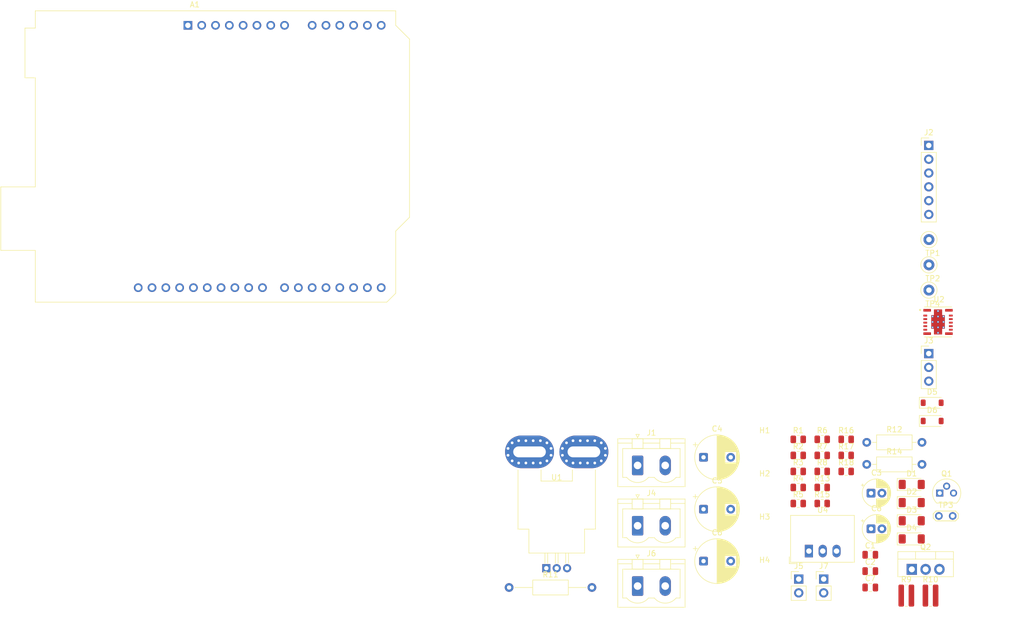
<source format=kicad_pcb>
(kicad_pcb (version 20241229) (generator "pcbnew") (generator_version "9.0")
  (layers (0 "F.Cu" signal) (2 "B.Cu" signal) (13 "F.Paste" user) (15 "B.Paste" user) (5 "F.SilkS" user "F.Silkscreen") (7 "B.SilkS" user "B.Silkscreen") (1 "F.Mask" user) (3 "B.Mask" user) (25 "Edge.Cuts" user))
  (net 0 "")
  (net 3 "GND")
  (net 4 "/TempSensor")
  (net 7 "/Hall_A")
  (net 10 "/LEDenable")
  (net 12 "/SCapVolts")
  (net 13 "/InputCurrent")
  (net 14 "/InputVoltage")
  (net 15 "/PWMout")
  (net 16 "+5V")
  (net 18 "/LEDserial")
  (net 19 "/Hall_C")
  (net 20 "/InputPot")
  (net 21 "/Hall_B")
  (net 31 "/DC_metered")
  (net 32 "Net-(D2-K)")
  (net 33 "Net-(D2-A)")
  (net 34 "Net-(D3-A)")
  (net 35 "Net-(J7-Pin_1)")
  (net 36 "Net-(D1-K)")
  (net 37 "+13V")
  (net 38 "Net-(D5-K)")
  (net 39 "Net-(J1-Pin_1)")
  (net 42 "Net-(J3-Pin_2)")
  (net 43 "Net-(J5-Pin_1)")
  (net 44 "Net-(Q1-C)")
  (net 45 "Net-(Q1-B)")
  (net 46 "Net-(Q2-C)")
  (net 47 "Net-(U2-FB)")
  (footprint "TestPoint:TestPoint_Loop_D1.80mm_Drill1.0mm_Beaded" (layer "F.Cu") (at 91.4825 34.586)
    (property "Reference" "TP1" (at 0.7 2.5 0) (layer "F.SilkS"))
    (property "Value" "TestPoint")
    (pad "1" thru_hole circle (at 0 0) (size 2 2) (drill 1) (layers "*.Cu" "*.Mask") (net 37 "+13V"))
  )
  (footprint "Resistor_SMD:R_0805_2012Metric" (layer "F.Cu") (at 76.2625 74.286)
    (property "Reference" "R17" (at 0 -1.65 0) (layer "F.SilkS"))
    (property "Value" "R")
    (pad "1" smd roundrect (at -0.9125 0) (size 1.025 1.4) (layers "F.Cu" "F.Mask" "F.Paste") (roundrect_rratio 0.243902) (net 32 "Net-(D2-K)"))
    (pad "2" smd roundrect (at 0.9125 0) (size 1.025 1.4) (layers "F.Cu" "F.Mask" "F.Paste") (roundrect_rratio 0.243902) (net 12 "/SCapVolts"))
  )
  (footprint "Capacitor_SMD:C_0805_2012Metric" (layer "F.Cu") (at 80.6925 98.586)
    (property "Reference" "C7" (at 0 -1.68 0) (layer "F.SilkS"))
    (property "Value" "C")
    (pad "1" smd roundrect (at -0.95 0) (size 1 1.45) (layers "F.Cu" "F.Mask" "F.Paste") (net 4 "/TempSensor"))
    (pad "2" smd roundrect (at 0.95 0) (size 1 1.45) (layers "F.Cu" "F.Mask" "F.Paste") (net 3 "GND"))
  )
  (footprint "Connector_Phoenix_MSTB:PhoenixContact_MSTBVA_2,5_2-G-5,08_1x02_P5.08mm_Vertical" (layer "F.Cu") (at 37.8925 87.226)
    (property "Reference" "J4" (at 2.54 -6 0) (layer "F.SilkS"))
    (property "Value" "Load")
    (pad "1" thru_hole roundrect (at 0 0) (size 2.08 3.6) (drill 1.4) (layers "*.Cu" "*.Mask") (roundrect_rratio 0.120192) (net 31 "/DC_metered"))
    (pad "2" thru_hole oval (at 5.08 0) (size 2.08 3.6) (drill 1.4) (layers "*.Cu" "*.Mask") (net 3 "GND"))
  )
  (footprint "Package_TO_SOT_THT:TO-220-3_Vertical" (layer "F.Cu") (at 88.3325 95.246)
    (property "Reference" "Q2" (at 2.54 -4.1 0) (layer "F.SilkS"))
    (property "Value" "PNP")
    (pad "1" thru_hole rect (at 0 0) (size 1.905 2) (drill 1.1) (layers "*.Cu" "*.Mask") (net 36 "Net-(D1-K)"))
    (pad "2" thru_hole oval (at 2.54 0) (size 1.905 2) (drill 1.1) (layers "*.Cu" "*.Mask") (net 46 "Net-(Q2-C)"))
    (pad "3" thru_hole oval (at 5.08 0) (size 1.905 2) (drill 1.1) (layers "*.Cu" "*.Mask") (net 31 "/DC_metered"))
  )
  (footprint "Connector_PinHeader_2.54mm:PinHeader_1x02_P2.54mm_Vertical" (layer "F.Cu") (at 67.5325 97.036)
    (property "Reference" "J5" (at 0 -2.38 0) (layer "F.SilkS"))
    (property "Value" "Temp sensor")
    (pad "1" thru_hole rect (at 0 0) (size 1.7 1.7) (drill 1) (layers "*.Cu" "*.Mask") (net 43 "Net-(J5-Pin_1)"))
    (pad "2" thru_hole circle (at 0 2.54) (size 1.7 1.7) (drill 1) (layers "*.Cu" "*.Mask") (net 3 "GND"))
  )
  (footprint "Package_TO_SOT_THT:TO-92" (layer "F.Cu") (at 93.4725 81.216)
    (property "Reference" "Q1" (at 1.27 -3.56 0) (layer "F.SilkS"))
    (property "Value" "BC556")
    (pad "1" thru_hole rect (at 0 0) (size 1.3 1.3) (drill 0.75) (layers "*.Cu" "*.Mask") (net 44 "Net-(Q1-C)"))
    (pad "2" thru_hole circle (at 1.27 -1.27) (size 1.3 1.3) (drill 0.75) (layers "*.Cu" "*.Mask") (net 45 "Net-(Q1-B)"))
    (pad "3" thru_hole circle (at 2.54 0) (size 1.3 1.3) (drill 0.75) (layers "*.Cu" "*.Mask") (net 16 "+5V"))
  )
  (footprint "Diode_SMD:D_SOD-123" (layer "F.Cu") (at 92.0775 64.606)
    (property "Reference" "D5" (at 0 -2 0) (layer "F.SilkS"))
    (property "Value" "D")
    (pad "1" smd roundrect (at -1.65 0) (size 0.9 1.2) (layers "F.Cu" "F.Mask" "F.Paste") (net 38 "Net-(D5-K)"))
    (pad "2" smd roundrect (at 1.65 0) (size 0.9 1.2) (layers "F.Cu" "F.Mask" "F.Paste") (net 37 "+13V"))
  )
  (footprint "Capacitor_SMD:C_0805_2012Metric" (layer "F.Cu") (at 80.6925 95.576)
    (property "Reference" "C2" (at 0 -1.68 0) (layer "F.SilkS"))
    (property "Value" "C")
    (pad "1" smd roundrect (at -0.95 0) (size 1 1.45) (layers "F.Cu" "F.Mask" "F.Paste") (net 31 "/DC_metered"))
    (pad "2" smd roundrect (at 0.95 0) (size 1 1.45) (layers "F.Cu" "F.Mask" "F.Paste") (net 3 "GND"))
  )
  (footprint "Resistor_SMD:R_0805_2012Metric" (layer "F.Cu") (at 67.4425 71.336)
    (property "Reference" "R1" (at 0 -1.65 0) (layer "F.SilkS"))
    (property "Value" "R")
    (pad "1" smd roundrect (at -0.9125 0) (size 1.025 1.4) (layers "F.Cu" "F.Mask" "F.Paste") (roundrect_rratio 0.243902) (net 42 "Net-(J3-Pin_2)"))
    (pad "2" smd roundrect (at 0.9125 0) (size 1.025 1.4) (layers "F.Cu" "F.Mask" "F.Paste") (roundrect_rratio 0.243902) (net 20 "/InputPot"))
  )
  (footprint "Diode_SMD:D_MiniMELF" (layer "F.Cu") (at 88.3175 82.971)
    (property "Reference" "D2" (at 0 -2 0) (layer "F.SilkS"))
    (property "Value" "BZV55B4V3")
    (pad "1" smd roundrect (at -1.75 0) (size 1.3 1.7) (layers "F.Cu" "F.Mask" "F.Paste") (roundrect_rratio 0.1923076923) (net 32 "Net-(D2-K)"))
    (pad "2" smd roundrect (at 1.75 0) (size 1.3 1.7) (layers "F.Cu" "F.Mask" "F.Paste") (roundrect_rratio 0.1923076923) (net 33 "Net-(D2-A)"))
  )
  (footprint "Connector_Phoenix_MSTB:PhoenixContact_MSTBVA_2,5_2-G-5,08_1x02_P5.08mm_Vertical" (layer "F.Cu") (at 37.8925 98.321)
    (property "Reference" "J6" (at 2.54 -6 0) (layer "F.SilkS"))
    (property "Value" "DC out")
    (pad "1" thru_hole roundrect (at 0 0) (size 2.08 3.6) (drill 1.4) (layers "*.Cu" "*.Mask") (roundrect_rratio 0.120192) (net 37 "+13V"))
    (pad "2" thru_hole oval (at 5.08 0) (size 2.08 3.6) (drill 1.4) (layers "*.Cu" "*.Mask") (net 3 "GND"))
  )
  (footprint "Capacitor_THT:CP_Radial_D5.0mm_P2.00mm" (layer "F.Cu") (at 80.832275 81.236)
    (property "Reference" "C3" (at 1 -3.75 0) (layer "F.SilkS"))
    (property "Value" "C_Polarized")
    (pad "1" thru_hole roundrect (at 0 0) (size 1.6 1.6) (drill 0.8) (layers "*.Cu" "*.Mask") (roundrect_rratio 0.15625) (net 31 "/DC_metered"))
    (pad "2" thru_hole circle (at 2 0) (size 1.6 1.6) (drill 0.8) (layers "*.Cu" "*.Mask") (net 3 "GND"))
  )
  (footprint "Resistor_SMD:R_0805_2012Metric" (layer "F.Cu") (at 67.4425 83.136)
    (property "Reference" "R5" (at 0 -1.65 0) (layer "F.SilkS"))
    (property "Value" "R")
    (pad "1" smd roundrect (at -0.9125 0) (size 1.025 1.4) (layers "F.Cu" "F.Mask" "F.Paste") (roundrect_rratio 0.243902) (net 37 "+13V"))
    (pad "2" smd roundrect (at 0.9125 0) (size 1.025 1.4) (layers "F.Cu" "F.Mask" "F.Paste") (roundrect_rratio 0.243902) (net 47 "Net-(U2-FB)"))
  )
  (footprint "Connector_PinHeader_2.54mm:PinHeader_1x02_P2.54mm_Vertical" (layer "F.Cu") (at 72.1225 97.036)
    (property "Reference" "J7" (at 0 -2.38 0) (layer "F.SilkS"))
    (property "Value" "LoadControl")
    (pad "1" thru_hole rect (at 0 0) (size 1.7 1.7) (drill 1) (layers "*.Cu" "*.Mask") (net 35 "Net-(J7-Pin_1)"))
    (pad "2" thru_hole circle (at 0 2.54) (size 1.7 1.7) (drill 1) (layers "*.Cu" "*.Mask") (net 3 "GND"))
  )
  (footprint "Connector_PinHeader_2.54mm:PinHeader_1x06_P2.54mm_Vertical" (layer "F.Cu") (at 91.4525 17.266)
    (property "Reference" "J2" (at 0 -2.38 0) (layer "F.SilkS"))
    (property "Value" "Hall Input")
    (pad "1" thru_hole rect (at 0 0) (size 1.7 1.7) (drill 1) (layers "*.Cu" "*.Mask") (net 16 "+5V"))
    (pad "2" thru_hole circle (at 0 2.54) (size 1.7 1.7) (drill 1) (layers "*.Cu" "*.Mask") (net 3 "GND"))
    (pad "3" thru_hole circle (at 0 5.08) (size 1.7 1.7) (drill 1) (layers "*.Cu" "*.Mask") (net 7 "/Hall_A"))
    (pad "4" thru_hole circle (at 0 7.62) (size 1.7 1.7) (drill 1) (layers "*.Cu" "*.Mask") (net 21 "/Hall_B"))
    (pad "5" thru_hole circle (at 0 10.16) (size 1.7 1.7) (drill 1) (layers "*.Cu" "*.Mask") (net 19 "/Hall_C"))
    (pad "6" thru_hole circle (at 0 12.7) (size 1.7 1.7) (drill 1) (layers "*.Cu" "*.Mask"))
  )
  (footprint "Resistor_SMD:R_0815_2038Metric" (layer "F.Cu") (at 87.3225 100.076)
    (property "Reference" "R9" (at 0 -2.98 0) (layer "F.SilkS"))
    (property "Value" "R")
    (pad "1" smd roundrect (at -0.9375 0) (size 1.025 4.05) (layers "F.Cu" "F.Mask" "F.Paste") (roundrect_rratio 0.243902) (net 39 "Net-(J1-Pin_1)"))
    (pad "2" smd roundrect (at 0.9375 0) (size 1.025 4.05) (layers "F.Cu" "F.Mask" "F.Paste") (roundrect_rratio 0.243902) (net 14 "/InputVoltage"))
  )
  (footprint "Resistor_SMD:R_0805_2012Metric" (layer "F.Cu") (at 67.4425 80.186)
    (property "Reference" "R4" (at 0 -1.65 0) (layer "F.SilkS"))
    (property "Value" "10k")
    (pad "1" smd roundrect (at -0.9125 0) (size 1.025 1.4) (layers "F.Cu" "F.Mask" "F.Paste") (roundrect_rratio 0.243902) (net 16 "+5V"))
    (pad "2" smd roundrect (at 0.9125 0) (size 1.025 1.4) (layers "F.Cu" "F.Mask" "F.Paste") (roundrect_rratio 0.243902) (net 19 "/Hall_C"))
  )
  (footprint "Capacitor_SMD:C_0805_2012Metric" (layer "F.Cu") (at 80.6925 92.566)
    (property "Reference" "C1" (at 0 -1.68 0) (layer "F.SilkS"))
    (property "Value" "C")
    (pad "1" smd roundrect (at -0.95 0) (size 1 1.45) (layers "F.Cu" "F.Mask" "F.Paste") (net 20 "/InputPot"))
    (pad "2" smd roundrect (at 0.95 0) (size 1 1.45) (layers "F.Cu" "F.Mask" "F.Paste") (net 3 "GND"))
  )
  (footprint "Resistor_SMD:R_0805_2012Metric" (layer "F.Cu") (at 71.8525 71.336)
    (property "Reference" "R6" (at 0 -1.65 0) (layer "F.SilkS"))
    (property "Value" "R")
    (pad "1" smd roundrect (at -0.9125 0) (size 1.025 1.4) (layers "F.Cu" "F.Mask" "F.Paste") (roundrect_rratio 0.243902) (net 47 "Net-(U2-FB)"))
    (pad "2" smd roundrect (at 0.9125 0) (size 1.025 1.4) (layers "F.Cu" "F.Mask" "F.Paste") (roundrect_rratio 0.243902) (net 3 "GND"))
  )
  (footprint "Resistor_THT:R_Axial_DIN0207_L6.3mm_D2.5mm_P10.16mm_Horizontal" (layer "F.Cu") (at 80.0425 75.936)
    (property "Reference" "R14" (at 5.08 -2.37 0) (layer "F.SilkS"))
    (property "Value" "10k")
    (pad "1" thru_hole circle (at 0 0) (size 1.6 1.6) (drill 0.8) (layers "*.Cu" "*.Mask") (net 44 "Net-(Q1-C)"))
    (pad "2" thru_hole circle (at 10.16 0) (size 1.6 1.6) (drill 0.8) (layers "*.Cu" "*.Mask") (net 35 "Net-(J7-Pin_1)"))
  )
  (footprint "Diode_SMD:D_MiniMELF" (layer "F.Cu") (at 88.3175 79.631)
    (property "Reference" "D1" (at 0 -2 0) (layer "F.SilkS"))
    (property "Value" "BZV55B51")
    (pad "1" smd roundrect (at -1.75 0) (size 1.3 1.7) (layers "F.Cu" "F.Mask" "F.Paste") (roundrect_rratio 0.1923076923) (net 36 "Net-(D1-K)"))
    (pad "2" smd roundrect (at 1.75 0) (size 1.3 1.7) (layers "F.Cu" "F.Mask" "F.Paste") (roundrect_rratio 0.1923076923) (net 3 "GND"))
  )
  (footprint "Capacitor_THT:CP_Radial_D5.0mm_P2.00mm" (layer "F.Cu") (at 80.832275 87.786)
    (property "Reference" "C8" (at 1 -3.75 0) (layer "F.SilkS"))
    (property "Value" "10u")
    (pad "1" thru_hole roundrect (at 0 0) (size 1.6 1.6) (drill 0.8) (layers "*.Cu" "*.Mask") (roundrect_rratio 0.15625) (net 35 "Net-(J7-Pin_1)"))
    (pad "2" thru_hole circle (at 2 0) (size 1.6 1.6) (drill 0.8) (layers "*.Cu" "*.Mask") (net 3 "GND"))
  )
  (footprint "Resistor_SMD:R_0805_2012Metric" (layer "F.Cu") (at 67.4425 74.286)
    (property "Reference" "R2" (at 0 -1.65 0) (layer "F.SilkS"))
    (property "Value" "10k")
    (pad "1" smd roundrect (at -0.9125 0) (size 1.025 1.4) (layers "F.Cu" "F.Mask" "F.Paste") (roundrect_rratio 0.243902) (net 16 "+5V"))
    (pad "2" smd roundrect (at 0.9125 0) (size 1.025 1.4) (layers "F.Cu" "F.Mask" "F.Paste") (roundrect_rratio 0.243902) (net 7 "/Hall_A"))
  )
  (footprint "Capacitor_THT:CP_Radial_D8.0mm_P5.00mm" (layer "F.Cu") (at 50.017198 93.736)
    (property "Reference" "C6" (at 2.5 -5.25 0) (layer "F.SilkS"))
    (property "Value" "1")
    (pad "1" thru_hole roundrect (at 0 0) (size 1.6 1.6) (drill 0.8) (layers "*.Cu" "*.Mask") (roundrect_rratio 0.15625) (net 34 "Net-(D3-A)"))
    (pad "2" thru_hole circle (at 5 0) (size 1.6 1.6) (drill 0.8) (layers "*.Cu" "*.Mask") (net 3 "GND"))
  )
  (footprint "Capacitor_THT:CP_Radial_D8.0mm_P5.00mm" (layer "F.Cu") (at 50.017198 74.636)
    (property "Reference" "C4" (at 2.5 -5.25 0) (layer "F.SilkS"))
    (property "Value" "1")
    (pad "1" thru_hole roundrect (at 0 0) (size 1.6 1.6) (drill 0.8) (layers "*.Cu" "*.Mask") (roundrect_rratio 0.15625) (net 32 "Net-(D2-K)"))
    (pad "2" thru_hole circle (at 5 0) (size 1.6 1.6) (drill 0.8) (layers "*.Cu" "*.Mask") (net 33 "Net-(D2-A)"))
  )
  (footprint "Capacitor_THT:CP_Radial_D8.0mm_P5.00mm" (layer "F.Cu") (at 50.017198 84.186)
    (property "Reference" "C5" (at 2.5 -5.25 0) (layer "F.SilkS"))
    (property "Value" "1")
    (pad "1" thru_hole roundrect (at 0 0) (size 1.6 1.6) (drill 0.8) (layers "*.Cu" "*.Mask") (roundrect_rratio 0.15625) (net 33 "Net-(D2-A)"))
    (pad "2" thru_hole circle (at 5 0) (size 1.6 1.6) (drill 0.8) (layers "*.Cu" "*.Mask") (net 34 "Net-(D3-A)"))
  )
  (footprint "Resistor_SMD:R_0805_2012Metric" (layer "F.Cu") (at 71.8525 74.286)
    (property "Reference" "R7" (at 0 -1.65 0) (layer "F.SilkS"))
    (property "Value" "10k")
    (pad "1" smd roundrect (at -0.9125 0) (size 1.025 1.4) (layers "F.Cu" "F.Mask" "F.Paste") (roundrect_rratio 0.243902) (net 16 "+5V"))
    (pad "2" smd roundrect (at 0.9125 0) (size 1.025 1.4) (layers "F.Cu" "F.Mask" "F.Paste") (roundrect_rratio 0.243902) (net 43 "Net-(J5-Pin_1)"))
  )
  (footprint "MountingHole:MountingHole_3.2mm_M3" (layer "F.Cu") (at 61.2625 73.836)
    (property "Reference" "H1" (at 0 -4.15 0) (layer "F.SilkS"))
    (property "Value" "MountingHole")
    (pad "" np_thru_hole circle (at 0 0) (size 3.2 3.2) (drill 3.2) (layers "*.Cu" "*.Mask"))
  )
  (footprint "Module:Arduino_UNO_R3" (layer "F.Cu") (at -44.831 -4.826)
    (property "Reference" "A1" (at 1.27 -3.81 180) (layer "F.SilkS"))
    (property "Value" "Arduino_UNO_R3")
    (pad "1" thru_hole rect (at 0 0 90) (size 1.6 1.6) (drill 1) (layers "*.Cu" "*.Mask"))
    (pad "2" thru_hole oval (at 2.54 0 90) (size 1.6 1.6) (drill 1) (layers "*.Cu" "*.Mask"))
    (pad "3" thru_hole oval (at 5.08 0 90) (size 1.6 1.6) (drill 1) (layers "*.Cu" "*.Mask"))
    (pad "4" thru_hole oval (at 7.62 0 90) (size 1.6 1.6) (drill 1) (layers "*.Cu" "*.Mask"))
    (pad "5" thru_hole oval (at 10.16 0 90) (size 1.6 1.6) (drill 1) (layers "*.Cu" "*.Mask") (net 16 "+5V"))
    (pad "6" thru_hole oval (at 12.7 0 90) (size 1.6 1.6) (drill 1) (layers "*.Cu" "*.Mask") (net 3 "GND"))
    (pad "7" thru_hole oval (at 15.24 0 90) (size 1.6 1.6) (drill 1) (layers "*.Cu" "*.Mask") (net 3 "GND"))
    (pad "8" thru_hole oval (at 17.78 0 90) (size 1.6 1.6) (drill 1) (layers "*.Cu" "*.Mask"))
    (pad "9" thru_hole oval (at 22.86 0 90) (size 1.6 1.6) (drill 1) (layers "*.Cu" "*.Mask") (net 14 "/InputVoltage"))
    (pad "10" thru_hole oval (at 25.4 0 90) (size 1.6 1.6) (drill 1) (layers "*.Cu" "*.Mask") (net 13 "/InputCurrent"))
    (pad "11" thru_hole oval (at 27.94 0 90) (size 1.6 1.6) (drill 1) (layers "*.Cu" "*.Mask") (net 4 "/TempSensor"))
    (pad "12" thru_hole oval (at 30.48 0 90) (size 1.6 1.6) (drill 1) (layers "*.Cu" "*.Mask") (net 20 "/InputPot"))
    (pad "13" thru_hole oval (at 33.02 0 90) (size 1.6 1.6) (drill 1) (layers "*.Cu" "*.Mask") (net 12 "/SCapVolts"))
    (pad "14" thru_hole oval (at 35.56 0 90) (size 1.6 1.6) (drill 1) (layers "*.Cu" "*.Mask"))
    (pad "15" thru_hole oval (at 35.56 48.26 90) (size 1.6 1.6) (drill 1) (layers "*.Cu" "*.Mask"))
    (pad "16" thru_hole oval (at 33.02 48.26 90) (size 1.6 1.6) (drill 1) (layers "*.Cu" "*.Mask"))
    (pad "17" thru_hole oval (at 30.48 48.26 90) (size 1.6 1.6) (drill 1) (layers "*.Cu" "*.Mask"))
    (pad "18" thru_hole oval (at 27.94 48.26 90) (size 1.6 1.6) (drill 1) (layers "*.Cu" "*.Mask"))
    (pad "19" thru_hole oval (at 25.4 48.26 90) (size 1.6 1.6) (drill 1) (layers "*.Cu" "*.Mask") (net 7 "/Hall_A"))
    (pad "20" thru_hole oval (at 22.86 48.26 90) (size 1.6 1.6) (drill 1) (layers "*.Cu" "*.Mask") (net 21 "/Hall_B"))
    (pad "21" thru_hole oval (at 20.32 48.26 90) (size 1.6 1.6) (drill 1) (layers "*.Cu" "*.Mask") (net 19 "/Hall_C"))
    (pad "22" thru_hole oval (at 17.78 48.26 90) (size 1.6 1.6) (drill 1) (layers "*.Cu" "*.Mask"))
    (pad "23" thru_hole oval (at 13.72 48.26 90) (size 1.6 1.6) (drill 1) (layers "*.Cu" "*.Mask"))
    (pad "24" thru_hole oval (at 11.18 48.26 90) (size 1.6 1.6) (drill 1) (layers "*.Cu" "*.Mask") (net 15 "/PWMout"))
    (pad "25" thru_hole oval (at 8.64 48.26 90) (size 1.6 1.6) (drill 1) (layers "*.Cu" "*.Mask") (net 10 "/LEDenable"))
    (pad "26" thru_hole oval (at 6.1 48.26 90) (size 1.6 1.6) (drill 1) (layers "*.Cu" "*.Mask") (net 18 "/LEDserial"))
    (pad "27" thru_hole oval (at 3.56 48.26 90) (size 1.6 1.6) (drill 1) (layers "*.Cu" "*.Mask"))
    (pad "28" thru_hole oval (at 1.02 48.26 90) (size 1.6 1.6) (drill 1) (layers "*.Cu" "*.Mask"))
    (pad "29" thru_hole oval (at -1.52 48.26 90) (size 1.6 1.6) (drill 1) (layers "*.Cu" "*.Mask") (net 3 "GND"))
    (pad "30" thru_hole oval (at -4.06 48.26 90) (size 1.6 1.6) (drill 1) (layers "*.Cu" "*.Mask"))
    (pad "31" thru_hole oval (at -6.6 48.26 90) (size 1.6 1.6) (drill 1) (layers "*.Cu" "*.Mask"))
    (pad "32" thru_hole oval (at -9.14 48.26 90) (size 1.6 1.6) (drill 1) (layers "*.Cu" "*.Mask"))
  )
  (footprint "Resistor_SMD:R_0805_2012Metric" (layer "F.Cu") (at 71.8525 80.186)
    (property "Reference" "R13" (at 0 -1.65 0) (layer "F.SilkS"))
    (property "Value" "10k")
    (pad "1" smd roundrect (at -0.9125 0) (size 1.025 1.4) (layers "F.Cu" "F.Mask" "F.Paste") (roundrect_rratio 0.243902) (net 36 "Net-(D1-K)"))
    (pad "2" smd roundrect (at 0.9125 0) (size 1.025 1.4) (layers "F.Cu" "F.Mask" "F.Paste") (roundrect_rratio 0.243902) (net 31 "/DC_metered"))
  )
  (footprint "Resistor_SMD:R_0805_2012Metric" (layer "F.Cu") (at 67.4425 77.236)
    (property "Reference" "R3" (at 0 -1.65 0) (layer "F.SilkS"))
    (property "Value" "10k")
    (pad "1" smd roundrect (at -0.9125 0) (size 1.025 1.4) (layers "F.Cu" "F.Mask" "F.Paste") (roundrect_rratio 0.243902) (net 16 "+5V"))
    (pad "2" smd roundrect (at 0.9125 0) (size 1.025 1.4) (layers "F.Cu" "F.Mask" "F.Paste") (roundrect_rratio 0.243902) (net 21 "/Hall_B"))
  )
  (footprint "Converter_DCDC:Converter_DCDC_RECOM_R-78E-0.5_THT" (layer "F.Cu") (at 69.4075 91.886)
    (property "Reference" "U4" (at 2.54 -7.56 0) (layer "F.SilkS"))
    (property "Value" "R-785.0-1.0")
    (pad "1" thru_hole rect (at 0 0) (size 1.5 2.3) (drill 1) (layers "*.Cu" "*.Mask") (net 38 "Net-(D5-K)"))
    (pad "2" thru_hole oval (at 2.54 0) (size 1.5 2.3) (drill 1) (layers "*.Cu" "*.Mask") (net 3 "GND"))
    (pad "3" thru_hole oval (at 5.08 0) (size 1.5 2.3) (drill 1) (layers "*.Cu" "*.Mask") (net 16 "+5V"))
  )
  (footprint "TestPoint:TestPoint_Loop_D1.80mm_Drill1.0mm_Beaded" (layer "F.Cu") (at 91.4825 39.236)
    (property "Reference" "TP2" (at 0.7 2.5 0) (layer "F.SilkS"))
    (property "Value" "TestPoint")
    (pad "1" thru_hole circle (at 0 0) (size 2 2) (drill 1) (layers "*.Cu" "*.Mask") (net 16 "+5V"))
  )
  (footprint "TPSM5601R5HRDAR:IC_TPSM5601R5HRDAR" (layer "F.Cu") (at 93.1575 49.736)
    (property "Reference" "U2" (at 0.175 -4.135 0) (layer "F.SilkS"))
    (property "Value" "TPSM5601R5HRDAR")
    (pad "1" smd roundrect (at -2 -2.145) (size 1.4 0.5) (layers "F.Cu") (roundrect_rratio 0.125) (net 31 "/DC_metered"))
    (pad "2" smd roundrect (at -2.35 -1.17) (size 0.7 0.35) (layers "F.Cu") (roundrect_rratio 0.125) (net 31 "/DC_metered"))
    (pad "3" smd roundrect (at -2.35 -0.52) (size 0.7 0.35) (layers "F.Cu") (roundrect_rratio 0.125))
    (pad "4" smd roundrect (at -2.35 0.13) (size 0.7 0.35) (layers "F.Cu") (roundrect_rratio 0.125))
    (pad "5" smd roundrect (at -2.35 0.78) (size 0.7 0.35) (layers "F.Cu") (roundrect_rratio 0.125))
    (pad "6" smd roundrect (at -2.35 1.43) (size 0.7 0.35) (layers "F.Cu") (roundrect_rratio 0.125))
    (pad "7" smd roundrect (at -2 2.155) (size 1.4 0.5) (layers "F.Cu") (roundrect_rratio 0.125) (net 37 "+13V"))
    (pad "8" smd roundrect (at 2 2.155) (size 1.4 0.5) (layers "F.Cu") (roundrect_rratio 0.125) (net 37 "+13V"))
    (pad "9" smd roundrect (at 2.35 1.43) (size 0.7 0.35) (layers "F.Cu") (roundrect_rratio 0.125) (net 47 "Net-(U2-FB)"))
    (pad "10" smd roundrect (at 2.35 0.78) (size 0.7 0.35) (layers "F.Cu") (roundrect_rratio 0.125) (net 3 "GND"))
    (pad "11" smd roundrect (at 2.35 0.13) (size 0.7 0.35) (layers "F.Cu") (roundrect_rratio 0.125))
    (pad "12" smd roundrect (at 2.35 -0.52) (size 0.7 0.35) (layers "F.Cu") (roundrect_rratio 0.125))
    (pad "13" smd roundrect (at 2.35 -1.17) (size 0.7 0.35) (layers "F.Cu") (roundrect_rratio 0.125))
    (pad "14" smd roundrect (at 2 -2.145) (size 1.4 0.5) (layers "F.Cu") (roundrect_rratio 0.125) (net 31 "/DC_metered"))
    (pad "15" smd custom (at 0 0) (size 1 1) (layers "F.Cu") (net 3 "GND") (options (clearance outline) (anchor rect)) (primitives (gr_poly (pts (xy -0.7 -2.3) (xy 0.7 -2.3) (xy 0.703 -2.3) (xy 0.705 -2.3) (xy 0.708 -2.299) (xy 0.71 -2.299) (xy 0.713 -2.298) (xy 0.715 -2.298) (xy 0.718 -2.297) (xy 0.72 -2.296) (xy 0.723 -2.295) (xy 0.725 -2.293) (xy 0.727 -2.292) (xy 0.729 -2.29) (xy 0.731 -2.289) (xy 0.733 -2.287) (xy 0.735 -2.285) (xy 0.737 -2.283) (xy 0.739 -2.281) (xy 0.74 -2.279) (xy 0.742 -2.277) (xy 0.743 -2.275) (xy 0.745 -2.273) (xy 0.746 -2.27) (xy 0.747 -2.268) (xy 0.748 -2.265) (xy 0.748 -2.263) (xy 0.749 -2.26) (xy 0.749 -2.258) (xy 0.75 -2.255) (xy 0.75 -2.253) (xy 0.75 -2.25) (xy 0.75 -1.3) (xy 0.75 -1.297) (xy 0.75 -1.295) (xy 0.751 -1.292) (xy 0.751 -1.29) (xy 0.752 -1.287) (xy 0.752 -1.285) (xy 0.753 -1.282) (xy 0.754 -1.28) (xy 0.755 -1.277) (xy 0.757 -1.275) (xy 0.758 -1.273) (xy 0.76 -1.271) (xy 0.761 -1.269) (xy 0.763 -1.267) (xy 0.765 -1.265) (xy 0.767 -1.263) (xy 0.769 -1.261) (xy 0.771 -1.26) (xy 0.773 -1.258) (xy 0.775 -1.257) (xy 0.777 -1.255) (xy 0.78 -1.254) (xy 0.782 -1.253) (xy 0.785 -1.252) (xy 0.787 -1.252) (xy 0.79 -1.251) (xy 0.792 -1.251) (xy 0.795 -1.25) (xy 0.797 -1.25) (xy 0.8 -1.25) (xy 1.2 -1.25) (xy 1.203 -1.25) (xy 1.205 -1.25) (xy 1.208 -1.249) (xy 1.21 -1.249) (xy 1.213 -1.248) (xy 1.215 -1.248) (xy 1.218 -1.247) (xy 1.22 -1.246) (xy 1.223 -1.245) (xy 1.225 -1.243) (xy 1.227 -1.242) (xy 1.229 -1.24) (xy 1.231 -1.239) (xy 1.233 -1.237) (xy 1.235 -1.235) (xy 1.237 -1.233) (xy 1.239 -1.231) (xy 1.24 -1.229) (xy 1.242 -1.227) (xy 1.243 -1.225) (xy 1.245 -1.223) (xy 1.246 -1.22) (xy 1.247 -1.218) (xy 1.248 -1.215) (xy 1.248 -1.213) (xy 1.249 -1.21) (xy 1.249 -1.208) (xy 1.25 -1.205) (xy 1.25 -1.203) (xy 1.25 -1.2) (xy 1.25 1.2) (xy 1.25 1.203) (xy 1.25 1.205) (xy 1.249 1.208) (xy 1.249 1.21) (xy 1.248 1.213) (xy 1.248 1.215) (xy 1.247 1.218) (xy 1.246 1.22) (xy 1.245 1.223) (xy 1.243 1.225) (xy 1.242 1.227) (xy 1.24 1.229) (xy 1.239 1.231) (xy 1.237 1.233) (xy 1.235 1.235) (xy 1.233 1.237) (xy 1.231 1.239) (xy 1.229 1.24) (xy 1.227 1.242) (xy 1.225 1.243) (xy 1.223 1.245) (xy 1.22 1.246) (xy 1.218 1.247) (xy 1.215 1.248) (xy 1.213 1.248) (xy 1.21 1.249) (xy 1.208 1.249) (xy 1.205 1.25) (xy 1.203 1.25) (xy 1.2 1.25) (xy 0.8 1.25) (xy 0.797 1.25) (xy 0.795 1.25) (xy 0.792 1.251) (xy 0.79 1.251) (xy 0.787 1.252) (xy 0.785 1.252) (xy 0.782 1.253) (xy 0.78 1.254) (xy 0.777 1.255) (xy 0.775 1.257) (xy 0.773 1.258) (xy 0.771 1.26) (xy 0.769 1.261) (xy 0.767 1.263) (xy 0.765 1.265) (xy 0.763 1.267) (xy 0.761 1.269) (xy 0.76 1.271) (xy 0.758 1.273) (xy 0.757 1.275) (xy 0.755 1.277) (xy 0.754 1.28) (xy 0.753 1.282) (xy 0.752 1.285) (xy 0.752 1.287) (xy 0.751 1.29) (xy 0.751 1.292) (xy 0.75 1.295) (xy 0.75 1.297) (xy 0.75 1.3) (xy 0.75 2.25) (xy 0.75 2.253) (xy 0.75 2.255) (xy 0.749 2.258) (xy 0.749 2.26) (xy 0.748 2.263) (xy 0.748 2.265) (xy 0.747 2.268) (xy 0.746 2.27) (xy 0.745 2.273) (xy 0.743 2.275) (xy 0.742 2.277) (xy 0.74 2.279) (xy 0.739 2.281) (xy 0.737 2.283) (xy 0.735 2.285) (xy 0.733 2.287) (xy 0.731 2.289) (xy 0.729 2.29) (xy 0.727 2.292) (xy 0.725 2.293) (xy 0.723 2.295) (xy 0.72 2.296) (xy 0.718 2.297) (xy 0.715 2.298) (xy 0.713 2.298) (xy 0.71 2.299) (xy 0.708 2.299) (xy 0.705 2.3) (xy 0.703 2.3) (xy 0.7 2.3) (xy -0.7 2.3) (xy -0.703 2.3) (xy -0.705 2.3) (xy -0.708 2.299) (xy -0.71 2.299) (xy -0.713 2.298) (xy -0.715 2.298) (xy -0.718 2.297) (xy -0.72 2.296) (xy -0.723 2.295) (xy -0.725 2.293) (xy -0.727 2.292) (xy -0.729 2.29) (xy -0.731 2.289) (xy -0.733 2.287) (xy -0.735 2.285) (xy -0.737 2.283) (xy -0.739 2.281) (xy -0.74 2.279) (xy -0.742 2.277) (xy -0.743 2.275) (xy -0.745 2.273) (xy -0.746 2.27) (xy -0.747 2.268) (xy -0.748 2.265) (xy -0.748 2.263) (xy -0.749 2.26) (xy -0.749 2.258) (xy -0.75 2.255) (xy -0.75 2.253) (xy -0.75 2.25) (xy -0.75 1.3) (xy -0.75 1.297) (xy -0.75 1.295) (xy -0.751 1.292) (xy -0.751 1.29) (xy -0.752 1.287) (xy -0.752 1.285) (xy -0.753 1.282) (xy -0.754 1.28) (xy -0.755 1.277) (xy -0.757 1.275) (xy -0.758 1.273) (xy -0.76 1.271) (xy -0.761 1.269) (xy -0.763 1.267) (xy -0.765 1.265) (xy -0.767 1.263) (xy -0.769 1.261) (xy -0.771 1.26) (xy -0.773 1.258) (xy -0.775 1.257) (xy -0.777 1.255) (xy -0.78 1.254) (xy -0.782 1.253) (xy -0.785 1.252) (xy -0.787 1.252) (xy -0.79 1.251) (xy -0.792 1.251) (xy -0.795 1.25) (xy -0.797 1.25) (xy -0.8 1.25) (xy -1.2 1.25) (xy -1.203 1.25) (xy -1.205 1.25) (xy -1.208 1.249) (xy -1.21 1.249) (xy -1.213 1.248) (xy -1.215 1.248) (xy -1.218 1.247) (xy -1.22 1.246) (xy -1.223 1.245) (xy -1.225 1.243) (xy -1.227 1.242) (xy -1.229 1.24) (xy -1.231 1.239) (xy -1.233 1.237) (xy -1.235 1.235) (xy -1.237 1.233) (xy -1.239 1.231) (xy -1.24 1.229) (xy -1.242 1.227) (xy -1.243 1.225) (xy -1.245 1.223) (xy -1.246 1.22) (xy -1.247 1.218) (xy -1.248 1.215) (xy -1.248 1.213) (xy -1.249 1.21) (xy -1.249 1.208) (xy -1.25 1.205) (xy -1.25 1.203) (xy -1.25 1.2) (xy -1.25 -1.2) (xy -1.25 -1.203) (xy -1.25 -1.205) (xy -1.249 -1.208) (xy -1.249 -1.21) (xy -1.248 -1.213) (xy -1.248 -1.215) (xy -1.247 -1.218) (xy -1.246 -1.22) (xy -1.245 -1.223) (xy -1.243 -1.225) (xy -1.242 -1.227) (xy -1.24 -1.229) (xy -1.239 -1.231) (xy -1.237 -1.233) (xy -1.235 -1.235) (xy -1.233 -1.237) (xy -1.231 -1.239) (xy -1.229 -1.24) (xy -1.227 -1.242) (xy -1.225 -1.243) (xy -1.223 -1.245) (xy -1.22 -1.246) (xy -1.218 -1.247) (xy -1.215 -1.248) (xy -1.213 -1.248) (xy -1.21 -1.249) (xy -1.208 -1.249) (xy -1.205 -1.25) (xy -1.203 -1.25) (xy -1.2 -1.25) (xy -0.8 -1.25) (xy -0.797 -1.25) (xy -0.795 -1.25) (xy -0.792 -1.251) (xy -0.79 -1.251) (xy -0.787 -1.252) (xy -0.785 -1.252) (xy -0.782 -1.253) (xy -0.78 -1.254) (xy -0.777 -1.255) (xy -0.775 -1.257) (xy -0.773 -1.258) (xy -0.771 -1.26) (xy -0.769 -1.261) (xy -0.767 -1.263) (xy -0.765 -1.265) (xy -0.763 -1.267) (xy -0.761 -1.269) (xy -0.76 -1.271) (xy -0.758 -1.273) (xy -0.757 -1.275) (xy -0.755 -1.277) (xy -0.754 -1.28) (xy -0.753 -1.282) (xy -0.752 -1.285) (xy -0.752 -1.287) (xy -0.751 -1.29) (xy -0.751 -1.292) (xy -0.75 -1.295) (xy -0.75 -1.297) (xy -0.75 -1.3) (xy -0.75 -2.25) (xy -0.75 -2.253) (xy -0.75 -2.255) (xy -0.749 -2.258) (xy -0.749 -2.26) (xy -0.748 -2.263) (xy -0.748 -2.265) (xy -0.747 -2.268) (xy -0.746 -2.27) (xy -0.745 -2.273) (xy -0.743 -2.275) (xy -0.742 -2.277) (xy -0.74 -2.279) (xy -0.739 -2.281) (xy -0.737 -2.283) (xy -0.735 -2.285) (xy -0.733 -2.287) (xy -0.731 -2.289) (xy -0.729 -2.29) (xy -0.727 -2.292) (xy -0.725 -2.293) (xy -0.723 -2.295) (xy -0.72 -2.296) (xy -0.718 -2.297) (xy -0.715 -2.298) (xy -0.713 -2.298) (xy -0.71 -2.299) (xy -0.708 -2.299) (xy -0.705 -2.3) (xy -0.703 -2.3) (xy -0.7 -2.3)) (width 0.01) (fill yes))))
    (pad "16" thru_hole circle (at 0 -2) (size 0.4 0.4) (drill 0.2) (layers "*.Cu"))
    (pad "17" thru_hole circle (at -1 -1) (size 0.4 0.4) (drill 0.2) (layers "*.Cu"))
    (pad "18" thru_hole circle (at 0 -1) (size 0.4 0.4) (drill 0.2) (layers "*.Cu"))
    (pad "19" thru_hole circle (at 1 -1) (size 0.4 0.4) (drill 0.2) (layers "*.Cu"))
    (pad "20" thru_hole circle (at -1 0) (size 0.4 0.4) (drill 0.2) (layers "*.Cu"))
    (pad "21" thru_hole circle (at 0 0) (size 0.4 0.4) (drill 0.2) (layers "*.Cu"))
    (pad "22" thru_hole circle (at 1 0) (size 0.4 0.4) (drill 0.2) (layers "*.Cu"))
    (pad "23" thru_hole circle (at -1 1) (size 0.4 0.4) (drill 0.2) (layers "*.Cu"))
    (pad "24" thru_hole circle (at 0 1) (size 0.4 0.4) (drill 0.2) (layers "*.Cu"))
    (pad "25" thru_hole circle (at 1 1) (size 0.4 0.4) (drill 0.2) (layers "*.Cu"))
    (pad "26" thru_hole circle (at 0 2) (size 0.4 0.4) (drill 0.2) (layers "*.Cu"))
  )
  (footprint "Connector_Phoenix_MSTB:PhoenixContact_MSTBVA_2,5_2-G-5,08_1x02_P5.08mm_Vertical" (layer "F.Cu") (at 37.8925 76.131)
    (property "Reference" "J1" (at 2.54 -6 0) (layer "F.SilkS"))
    (property "Value" "DC Input")
    (pad "1" thru_hole roundrect (at 0 0) (size 2.08 3.6) (drill 1.4) (layers "*.Cu" "*.Mask") (roundrect_rratio 0.120192) (net 39 "Net-(J1-Pin_1)"))
    (pad "2" thru_hole oval (at 5.08 0) (size 2.08 3.6) (drill 1.4) (layers "*.Cu" "*.Mask") (net 3 "GND"))
  )
  (footprint "Resistor_SMD:R_0815_2038Metric" (layer "F.Cu") (at 91.7725 100.076)
    (property "Reference" "R10" (at 0 -2.98 0) (layer "F.SilkS"))
    (property "Value" "R")
    (pad "1" smd roundrect (at -0.9375 0) (size 1.025 4.05) (layers "F.Cu" "F.Mask" "F.Paste") (roundrect_rratio 0.243902) (net 14 "/InputVoltage"))
    (pad "2" smd roundrect (at 0.9375 0) (size 1.025 4.05) (layers "F.Cu" "F.Mask" "F.Paste") (roundrect_rratio 0.243902) (net 3 "GND"))
  )
  (footprint "TestPoint:TestPoint_2Pads_Pitch2.54mm_Drill0.8mm" (layer "F.Cu") (at 93.3125 85.426)
    (property "Reference" "TP3" (at 1.3 -2 0) (layer "F.SilkS"))
    (property "Value" "TestPoint")
    (pad "1" thru_hole circle (at 0 0) (size 1.4 1.4) (drill 0.8) (layers "*.Cu" "*.Mask") (net 3 "GND"))
    (pad "2" thru_hole circle (at 2.54 0) (size 1.4 1.4) (drill 0.8) (layers "*.Cu" "*.Mask"))
  )
  (footprint "Connector_PinHeader_2.54mm:PinHeader_1x03_P2.54mm_Vertical" (layer "F.Cu") (at 91.4525 55.556)
    (property "Reference" "J3" (at 0 -2.38 0) (layer "F.SilkS"))
    (property "Value" "Pot Input")
    (pad "1" thru_hole rect (at 0 0) (size 1.7 1.7) (drill 1) (layers "*.Cu" "*.Mask"))
    (pad "2" thru_hole circle (at 0 2.54) (size 1.7 1.7) (drill 1) (layers "*.Cu" "*.Mask") (net 42 "Net-(J3-Pin_2)"))
    (pad "3" thru_hole circle (at 0 5.08) (size 1.7 1.7) (drill 1) (layers "*.Cu" "*.Mask") (net 3 "GND"))
  )
  (footprint "Resistor_THT:R_Axial_DIN0207_L6.3mm_D2.5mm_P15.24mm_Horizontal" (layer "F.Cu") (at 14.2525 98.586)
    (property "Reference" "R11" (at 7.62 -2.37 0) (layer "F.SilkS"))
    (property "Value" "R")
    (pad "1" thru_hole circle (at 0 0) (size 1.6 1.6) (drill 0.8) (layers "*.Cu" "*.Mask") (net 46 "Net-(Q2-C)"))
    (pad "2" thru_hole circle (at 15.24 0) (size 1.6 1.6) (drill 0.8) (layers "*.Cu" "*.Mask") (net 3 "GND"))
  )
  (footprint "Resistor_SMD:R_0805_2012Metric" (layer "F.Cu") (at 76.2625 77.236)
    (property "Reference" "R18" (at 0 -1.65 0) (layer "F.SilkS"))
    (property "Value" "R")
    (pad "1" smd roundrect (at -0.9125 0) (size 1.025 1.4) (layers "F.Cu" "F.Mask" "F.Paste") (roundrect_rratio 0.243902) (net 12 "/SCapVolts"))
    (pad "2" smd roundrect (at 0.9125 0) (size 1.025 1.4) (layers "F.Cu" "F.Mask" "F.Paste") (roundrect_rratio 0.243902) (net 3 "GND"))
  )
  (footprint "MountingHole:MountingHole_3.2mm_M3" (layer "F.Cu") (at 61.2625 89.736)
    (property "Reference" "H3" (at 0 -4.15 0) (layer "F.SilkS"))
    (property "Value" "MountingHole")
    (pad "" np_thru_hole circle (at 0 0) (size 3.2 3.2) (drill 3.2) (layers "*.Cu" "*.Mask"))
  )
  (footprint "MountingHole:MountingHole_3.2mm_M3" (layer "F.Cu") (at 61.2625 97.686)
    (property "Reference" "H4" (at 0 -4.15 0) (layer "F.SilkS"))
    (property "Value" "MountingHole")
    (pad "" np_thru_hole circle (at 0 0) (size 3.2 3.2) (drill 3.2) (layers "*.Cu" "*.Mask"))
  )
  (footprint "Diode_SMD:D_SOD-123" (layer "F.Cu") (at 92.0775 67.956)
    (property "Reference" "D6" (at 0 -2 0) (layer "F.SilkS"))
    (property "Value" "D")
    (pad "1" smd roundrect (at -1.65 0) (size 0.9 1.2) (layers "F.Cu" "F.Mask" "F.Paste") (net 38 "Net-(D5-K)"))
    (pad "2" smd roundrect (at 1.65 0) (size 0.9 1.2) (layers "F.Cu" "F.Mask" "F.Paste") (net 32 "Net-(D2-K)"))
  )
  (footprint "Resistor_THT:R_Axial_DIN0207_L6.3mm_D2.5mm_P10.16mm_Horizontal" (layer "F.Cu") (at 80.0425 71.886)
    (property "Reference" "R12" (at 5.08 -2.37 0) (layer "F.SilkS"))
    (property "Value" "R")
    (pad "1" thru_hole circle (at 0 0) (size 1.6 1.6) (drill 0.8) (layers "*.Cu" "*.Mask") (net 37 "+13V"))
    (pad "2" thru_hole circle (at 10.16 0) (size 1.6 1.6) (drill 0.8) (layers "*.Cu" "*.Mask") (net 32 "Net-(D2-K)"))
  )
  (footprint "Sensor_Current:Allegro_CB_PFF" (layer "F.Cu") (at 21.1025 95.036)
    (property "Reference" "U1" (at 1.91 -16.7 0) (layer "F.SilkS"))
    (property "Value" "ACS770xCB-050U-PFF")
    (pad "1" thru_hole rect (at 0 0) (size 1.5 1.5) (drill 0.8) (layers "*.Cu" "*.Mask") (net 16 "+5V"))
    (pad "2" thru_hole circle (at 1.91 0) (size 1.5 1.5) (drill 0.8) (layers "*.Cu" "*.Mask") (net 3 "GND"))
    (pad "3" thru_hole circle (at 3.82 0) (size 1.5 1.5) (drill 0.8) (layers "*.Cu" "*.Mask") (net 13 "/InputCurrent"))
    (pad "4" thru_hole oval (at 2.96 -22.03 65) (size 0.8 0.8) (drill 0.5) (layers "*.Cu" "*.Mask") (net 39 "Net-(J1-Pin_1)"))
    (pad "4" thru_hole oval (at 2.96 -20.77 295) (size 0.8 0.8) (drill 0.5) (layers "*.Cu" "*.Mask") (net 39 "Net-(J1-Pin_1)"))
    (pad "4" thru_hole circle (at 3.71 -23.06) (size 0.8 0.8) (drill 0.5) (layers "*.Cu" "*.Mask") (net 39 "Net-(J1-Pin_1)"))
    (pad "4" thru_hole circle (at 3.71 -19.74) (size 0.8 0.8) (drill 0.5) (layers "*.Cu" "*.Mask") (net 39 "Net-(J1-Pin_1)"))
    (pad "4" thru_hole circle (at 4.91 -23.45) (size 0.8 0.8) (drill 0.5) (layers "*.Cu" "*.Mask") (net 39 "Net-(J1-Pin_1)"))
    (pad "4" thru_hole circle (at 4.91 -19.35) (size 0.8 0.8) (drill 0.5) (layers "*.Cu" "*.Mask") (net 39 "Net-(J1-Pin_1)"))
    (pad "4" thru_hole circle (at 6.24 -23.45) (size 0.8 0.8) (drill 0.5) (layers "*.Cu" "*.Mask") (net 39 "Net-(J1-Pin_1)"))
    (pad "4" thru_hole circle (at 6.24 -19.35) (size 0.8 0.8) (drill 0.5) (layers "*.Cu" "*.Mask") (net 39 "Net-(J1-Pin_1)"))
    (pad "4" thru_hole oval (at 6.91 -21.4) (size 9 6) (drill oval 6 2) (layers "*.Cu" "*.Mask") (net 39 "Net-(J1-Pin_1)"))
    (pad "4" thru_hole circle (at 7.58 -23.45) (size 0.8 0.8) (drill 0.5) (layers "*.Cu" "*.Mask") (net 39 "Net-(J1-Pin_1)"))
    (pad "4" thru_hole circle (at 7.58 -19.35) (size 0.8 0.8) (drill 0.5) (layers "*.Cu" "*.Mask") (net 39 "Net-(J1-Pin_1)"))
    (pad "4" thru_hole circle (at 8.91 -23.45) (size 0.8 0.8) (drill 0.5) (layers "*.Cu" "*.Mask") (net 39 "Net-(J1-Pin_1)"))
    (pad "4" thru_hole circle (at 8.91 -19.35) (size 0.8 0.8) (drill 0.5) (layers "*.Cu" "*.Mask") (net 39 "Net-(J1-Pin_1)"))
    (pad "4" thru_hole circle (at 10.11 -23.06) (size 0.8 0.8) (drill 0.5) (layers "*.Cu" "*.Mask") (net 39 "Net-(J1-Pin_1)"))
    (pad "4" thru_hole circle (at 10.11 -19.74) (size 0.8 0.8) (drill 0.5) (layers "*.Cu" "*.Mask") (net 39 "Net-(J1-Pin_1)"))
    (pad "4" thru_hole circle (at 10.86 -22.03) (size 0.8 0.8) (drill 0.5) (layers "*.Cu" "*.Mask") (net 39 "Net-(J1-Pin_1)"))
    (pad "4" thru_hole circle (at 10.86 -20.77) (size 0.8 0.8) (drill 0.5) (layers "*.Cu" "*.Mask") (net 39 "Net-(J1-Pin_1)"))
    (pad "5" thru_hole circle (at -7.04 -22.03) (size 0.8 0.8) (drill 0.5) (layers "*.Cu" "*.Mask") (net 31 "/DC_metered"))
    (pad "5" thru_hole circle (at -7.04 -20.77) (size 0.8 0.8) (drill 0.5) (layers "*.Cu" "*.Mask") (net 31 "/DC_metered"))
    (pad "5" thru_hole circle (at -6.29 -23.06) (size 0.8 0.8) (drill 0.5) (layers "*.Cu" "*.Mask") (net 31 "/DC_metered"))
    (pad "5" thru_hole circle (at -6.29 -19.74) (size 0.8 0.8) (drill 0.5) (layers "*.Cu" "*.Mask") (net 31 "/DC_metered"))
    (pad "5" thru_hole circle (at -5.09 -23.45) (size 0.8 0.8) (drill 0.5) (layers "*.Cu" "*.Mask") (net 31 "/DC_metered"))
    (pad "5" thru_hole circle (at -5.09 -19.35) (size 0.8 0.8) (drill 0.5) (layers "*.Cu" "*.Mask") (net 31 "/DC_metered"))
    (pad "5" thru_hole circle (at -3.76 -23.45) (size 0.8 0.8) (drill 0.5) (layers "*.Cu" "*.Mask") (net 31 "/DC_metered"))
    (pad "5" thru_hole circle (at -3.76 -19.35) (size 0.8 0.8) (drill 0.5) (layers "*.Cu" "*.Mask") (net 31 "/DC_metered"))
    (pad "5" thru_hole oval (at -3.09 -21.4) (size 9 6) (drill oval 6 2) (layers "*.Cu" "*.Mask") (net 31 "/DC_metered"))
    (pad "5" thru_hole circle (at -2.42 -23.45) (size 0.8 0.8) (drill 0.5) (layers "*.Cu" "*.Mask") (net 31 "/DC_metered"))
    (pad "5" thru_hole circle (at -2.42 -19.35) (size 0.8 0.8) (drill 0.5) (layers "*.Cu" "*.Mask") (net 31 "/DC_metered"))
    (pad "5" thru_hole circle (at -1.09 -23.45) (size 0.8 0.8) (drill 0.5) (layers "*.Cu" "*.Mask") (net 31 "/DC_metered"))
    (pad "5" thru_hole circle (at -1.09 -19.35) (size 0.8 0.8) (drill 0.5) (layers "*.Cu" "*.Mask") (net 31 "/DC_metered"))
    (pad "5" thru_hole circle (at 0.11 -23.06) (size 0.8 0.8) (drill 0.5) (layers "*.Cu" "*.Mask") (net 31 "/DC_metered"))
    (pad "5" thru_hole circle (at 0.11 -19.74) (size 0.8 0.8) (drill 0.5) (layers "*.Cu" "*.Mask") (net 31 "/DC_metered"))
    (pad "5" thru_hole oval (at 0.86 -22.03 295) (size 0.8 0.8) (drill 0.5) (layers "*.Cu" "*.Mask") (net 31 "/DC_metered"))
    (pad "5" thru_hole oval (at 0.86 -20.77 65) (size 0.8 0.8) (drill 0.5) (layers "*.Cu" "*.Mask") (net 31 "/DC_metered"))
  )
  (footprint "Diode_SMD:D_MiniMELF" (layer "F.Cu") (at 88.3175 89.651)
    (property "Reference" "D4" (at 0 -2 0) (layer "F.SilkS"))
    (property "Value" "BZV55B4V3")
    (pad "1" smd roundrect (at -1.75 0) (size 1.3 1.7) (layers "F.Cu" "F.Mask" "F.Paste") (roundrect_rratio 0.1923076923) (net 34 "Net-(D3-A)"))
    (pad "2" smd roundrect (at 1.75 0) (size 1.3 1.7) (layers "F.Cu" "F.Mask" "F.Paste") (roundrect_rratio 0.1923076923) (net 3 "GND"))
  )
  (footprint "Resistor_SMD:R_0805_2012Metric" (layer "F.Cu") (at 71.8525 77.236)
    (property "Reference" "R8" (at 0 -1.65 0) (layer "F.SilkS"))
    (property "Value" "1k")
    (pad "1" smd roundrect (at -0.9125 0) (size 1.025 1.4) (layers "F.Cu" "F.Mask" "F.Paste") (roundrect_rratio 0.243902) (net 43 "Net-(J5-Pin_1)"))
    (pad "2" smd roundrect (at 0.9125 0) (size 1.025 1.4) (layers "F.Cu" "F.Mask" "F.Paste") (roundrect_rratio 0.243902) (net 4 "/TempSensor"))
  )
  (footprint "Diode_SMD:D_MiniMELF" (layer "F.Cu") (at 88.3175 86.311)
    (property "Reference" "D3" (at 0 -2 0) (layer "F.SilkS"))
    (property "Value" "BZV55B4V3")
    (pad "1" smd roundrect (at -1.75 0) (size 1.3 1.7) (layers "F.Cu" "F.Mask" "F.Paste") (roundrect_rratio 0.1923076923) (net 33 "Net-(D2-A)"))
    (pad "2" smd roundrect (at 1.75 0) (size 1.3 1.7) (layers "F.Cu" "F.Mask" "F.Paste") (roundrect_rratio 0.1923076923) (net 34 "Net-(D3-A)"))
  )
  (footprint "TestPoint:TestPoint_Loop_D1.80mm_Drill1.0mm_Beaded" (layer "F.Cu") (at 91.4825 43.886)
    (property "Reference" "TP4" (at 0.7 2.5 0) (layer "F.SilkS"))
    (property "Value" "TestPoint")
    (pad "1" thru_hole circle (at 0 0) (size 2 2) (drill 1) (layers "*.Cu" "*.Mask") (net 32 "Net-(D2-K)"))
  )
  (footprint "Resistor_SMD:R_0805_2012Metric" (layer "F.Cu") (at 71.8525 83.136)
    (property "Reference" "R15" (at 0 -1.65 0) (layer "F.SilkS"))
    (property "Value" "R")
    (pad "1" smd roundrect (at -0.9125 0) (size 1.025 1.4) (layers "F.Cu" "F.Mask" "F.Paste") (roundrect_rratio 0.243902) (net 15 "/PWMout"))
    (pad "2" smd roundrect (at 0.9125 0) (size 1.025 1.4) (layers "F.Cu" "F.Mask" "F.Paste") (roundrect_rratio 0.243902) (net 45 "Net-(Q1-B)"))
  )
  (footprint "Resistor_SMD:R_0805_2012Metric" (layer "F.Cu") (at 76.2625 71.336)
    (property "Reference" "R16" (at 0 -1.65 0) (layer "F.SilkS"))
    (property "Value" "R")
    (pad "1" smd roundrect (at -0.9125 0) (size 1.025 1.4) (layers "F.Cu" "F.Mask" "F.Paste") (roundrect_rratio 0.243902) (net 16 "+5V"))
    (pad "2" smd roundrect (at 0.9125 0) (size 1.025 1.4) (layers "F.Cu" "F.Mask" "F.Paste") (roundrect_rratio 0.243902) (net 15 "/PWMout"))
  )
  (footprint "MountingHole:MountingHole_3.2mm_M3" (layer "F.Cu") (at 61.2625 81.786)
    (property "Reference" "H2" (at 0 -4.15 0) (layer "F.SilkS"))
    (property "Value" "MountingHole")
    (pad "" np_thru_hole circle (at 0 0) (size 3.2 3.2) (drill 3.2) (layers "*.Cu" "*.Mask"))
  )
)
</source>
